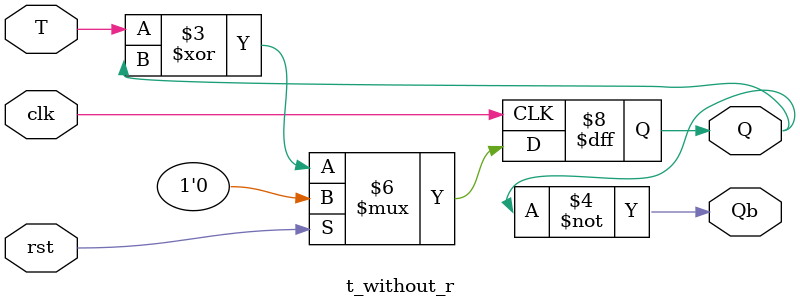
<source format=v>
module t_without_r(clk,T,Q,Qb,rst);
input clk;
input T;
input rst;
output reg Q;
output Qb;

always@(posedge clk)
begin 
if(rst == 1)
Q = 1'b0;
else
 Q = T^Q;
end
assign Qb = ~Q;
endmodule

</source>
